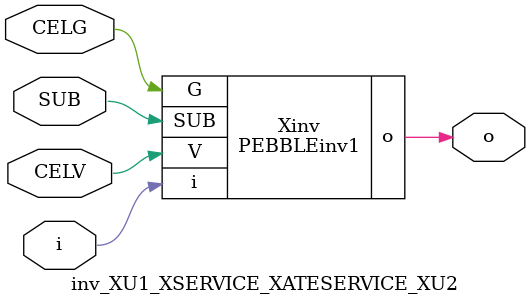
<source format=v>



module PEBBLEinv1 ( o, G, SUB, V, i );

  input V;
  input i;
  input G;
  output o;
  input SUB;
endmodule

//Celera Confidential Do Not Copy inv_XU1_XSERVICE_XATESERVICE_XU2
//Celera Confidential Symbol Generator
//5V Inverter
module inv_XU1_XSERVICE_XATESERVICE_XU2 (CELV,CELG,i,o,SUB);
input CELV;
input CELG;
input i;
input SUB;
output o;

//Celera Confidential Do Not Copy inv
PEBBLEinv1 Xinv(
.V (CELV),
.i (i),
.o (o),
.SUB (SUB),
.G (CELG)
);
//,diesize,PEBBLEinv1

//Celera Confidential Do Not Copy Module End
//Celera Schematic Generator
endmodule

</source>
